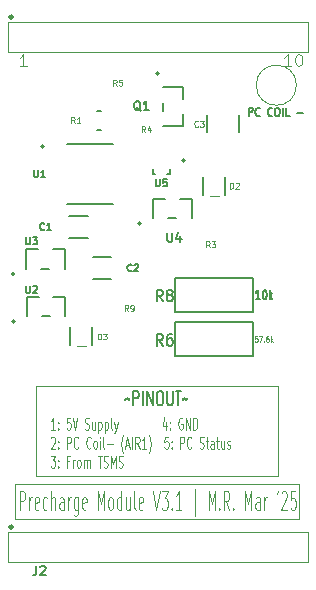
<source format=gbr>
%TF.GenerationSoftware,KiCad,Pcbnew,8.0.8*%
%TF.CreationDate,2025-03-02T23:05:47-05:00*%
%TF.ProjectId,Precharge Module V3.1,50726563-6861-4726-9765-204d6f64756c,rev?*%
%TF.SameCoordinates,Original*%
%TF.FileFunction,Legend,Top*%
%TF.FilePolarity,Positive*%
%FSLAX46Y46*%
G04 Gerber Fmt 4.6, Leading zero omitted, Abs format (unit mm)*
G04 Created by KiCad (PCBNEW 8.0.8) date 2025-03-02 23:05:47*
%MOMM*%
%LPD*%
G01*
G04 APERTURE LIST*
%ADD10C,0.100000*%
%ADD11C,0.150000*%
%ADD12C,0.125000*%
%ADD13C,0.152400*%
%ADD14C,0.120000*%
%ADD15C,0.076200*%
%ADD16C,0.254000*%
%ADD17C,0.127000*%
%ADD18C,0.200000*%
G04 APERTURE END LIST*
D10*
X55384837Y-51591466D02*
X56146742Y-51591466D01*
X66634837Y-38891466D02*
X67396742Y-38891466D01*
X51903596Y-55000000D02*
X72422405Y-55000000D01*
X72422405Y-62600000D01*
X51903596Y-62600000D01*
X51903596Y-55000000D01*
X50163000Y-63300000D02*
X74163000Y-63300000D01*
X74163000Y-66200000D01*
X50163000Y-66200000D01*
X50163000Y-63300000D01*
X51101503Y-27872419D02*
X50530075Y-27872419D01*
X50815789Y-27872419D02*
X50815789Y-26872419D01*
X50815789Y-26872419D02*
X50720551Y-27015276D01*
X50720551Y-27015276D02*
X50625313Y-27110514D01*
X50625313Y-27110514D02*
X50530075Y-27158133D01*
X53524503Y-58652531D02*
X53181646Y-58652531D01*
X53353075Y-58652531D02*
X53353075Y-57652531D01*
X53353075Y-57652531D02*
X53295932Y-57795388D01*
X53295932Y-57795388D02*
X53238789Y-57890626D01*
X53238789Y-57890626D02*
X53181646Y-57938245D01*
X53781647Y-58557292D02*
X53810218Y-58604912D01*
X53810218Y-58604912D02*
X53781647Y-58652531D01*
X53781647Y-58652531D02*
X53753075Y-58604912D01*
X53753075Y-58604912D02*
X53781647Y-58557292D01*
X53781647Y-58557292D02*
X53781647Y-58652531D01*
X53781647Y-58033483D02*
X53810218Y-58081102D01*
X53810218Y-58081102D02*
X53781647Y-58128721D01*
X53781647Y-58128721D02*
X53753075Y-58081102D01*
X53753075Y-58081102D02*
X53781647Y-58033483D01*
X53781647Y-58033483D02*
X53781647Y-58128721D01*
X54810218Y-57652531D02*
X54524504Y-57652531D01*
X54524504Y-57652531D02*
X54495932Y-58128721D01*
X54495932Y-58128721D02*
X54524504Y-58081102D01*
X54524504Y-58081102D02*
X54581647Y-58033483D01*
X54581647Y-58033483D02*
X54724504Y-58033483D01*
X54724504Y-58033483D02*
X54781647Y-58081102D01*
X54781647Y-58081102D02*
X54810218Y-58128721D01*
X54810218Y-58128721D02*
X54838789Y-58223959D01*
X54838789Y-58223959D02*
X54838789Y-58462054D01*
X54838789Y-58462054D02*
X54810218Y-58557292D01*
X54810218Y-58557292D02*
X54781647Y-58604912D01*
X54781647Y-58604912D02*
X54724504Y-58652531D01*
X54724504Y-58652531D02*
X54581647Y-58652531D01*
X54581647Y-58652531D02*
X54524504Y-58604912D01*
X54524504Y-58604912D02*
X54495932Y-58557292D01*
X55010218Y-57652531D02*
X55210218Y-58652531D01*
X55210218Y-58652531D02*
X55410218Y-57652531D01*
X56038790Y-58604912D02*
X56124505Y-58652531D01*
X56124505Y-58652531D02*
X56267362Y-58652531D01*
X56267362Y-58652531D02*
X56324505Y-58604912D01*
X56324505Y-58604912D02*
X56353076Y-58557292D01*
X56353076Y-58557292D02*
X56381647Y-58462054D01*
X56381647Y-58462054D02*
X56381647Y-58366816D01*
X56381647Y-58366816D02*
X56353076Y-58271578D01*
X56353076Y-58271578D02*
X56324505Y-58223959D01*
X56324505Y-58223959D02*
X56267362Y-58176340D01*
X56267362Y-58176340D02*
X56153076Y-58128721D01*
X56153076Y-58128721D02*
X56095933Y-58081102D01*
X56095933Y-58081102D02*
X56067362Y-58033483D01*
X56067362Y-58033483D02*
X56038790Y-57938245D01*
X56038790Y-57938245D02*
X56038790Y-57843007D01*
X56038790Y-57843007D02*
X56067362Y-57747769D01*
X56067362Y-57747769D02*
X56095933Y-57700150D01*
X56095933Y-57700150D02*
X56153076Y-57652531D01*
X56153076Y-57652531D02*
X56295933Y-57652531D01*
X56295933Y-57652531D02*
X56381647Y-57700150D01*
X56895934Y-57985864D02*
X56895934Y-58652531D01*
X56638791Y-57985864D02*
X56638791Y-58509673D01*
X56638791Y-58509673D02*
X56667362Y-58604912D01*
X56667362Y-58604912D02*
X56724505Y-58652531D01*
X56724505Y-58652531D02*
X56810219Y-58652531D01*
X56810219Y-58652531D02*
X56867362Y-58604912D01*
X56867362Y-58604912D02*
X56895934Y-58557292D01*
X57181648Y-57985864D02*
X57181648Y-58985864D01*
X57181648Y-58033483D02*
X57238791Y-57985864D01*
X57238791Y-57985864D02*
X57353076Y-57985864D01*
X57353076Y-57985864D02*
X57410219Y-58033483D01*
X57410219Y-58033483D02*
X57438791Y-58081102D01*
X57438791Y-58081102D02*
X57467362Y-58176340D01*
X57467362Y-58176340D02*
X57467362Y-58462054D01*
X57467362Y-58462054D02*
X57438791Y-58557292D01*
X57438791Y-58557292D02*
X57410219Y-58604912D01*
X57410219Y-58604912D02*
X57353076Y-58652531D01*
X57353076Y-58652531D02*
X57238791Y-58652531D01*
X57238791Y-58652531D02*
X57181648Y-58604912D01*
X57724505Y-57985864D02*
X57724505Y-58985864D01*
X57724505Y-58033483D02*
X57781648Y-57985864D01*
X57781648Y-57985864D02*
X57895933Y-57985864D01*
X57895933Y-57985864D02*
X57953076Y-58033483D01*
X57953076Y-58033483D02*
X57981648Y-58081102D01*
X57981648Y-58081102D02*
X58010219Y-58176340D01*
X58010219Y-58176340D02*
X58010219Y-58462054D01*
X58010219Y-58462054D02*
X57981648Y-58557292D01*
X57981648Y-58557292D02*
X57953076Y-58604912D01*
X57953076Y-58604912D02*
X57895933Y-58652531D01*
X57895933Y-58652531D02*
X57781648Y-58652531D01*
X57781648Y-58652531D02*
X57724505Y-58604912D01*
X58353076Y-58652531D02*
X58295933Y-58604912D01*
X58295933Y-58604912D02*
X58267362Y-58509673D01*
X58267362Y-58509673D02*
X58267362Y-57652531D01*
X58524505Y-57985864D02*
X58667362Y-58652531D01*
X58810219Y-57985864D02*
X58667362Y-58652531D01*
X58667362Y-58652531D02*
X58610219Y-58890626D01*
X58610219Y-58890626D02*
X58581648Y-58938245D01*
X58581648Y-58938245D02*
X58524505Y-58985864D01*
X62924503Y-57985864D02*
X62924503Y-58652531D01*
X62781645Y-57604912D02*
X62638788Y-58319197D01*
X62638788Y-58319197D02*
X63010217Y-58319197D01*
X63238789Y-58557292D02*
X63267360Y-58604912D01*
X63267360Y-58604912D02*
X63238789Y-58652531D01*
X63238789Y-58652531D02*
X63210217Y-58604912D01*
X63210217Y-58604912D02*
X63238789Y-58557292D01*
X63238789Y-58557292D02*
X63238789Y-58652531D01*
X63238789Y-58033483D02*
X63267360Y-58081102D01*
X63267360Y-58081102D02*
X63238789Y-58128721D01*
X63238789Y-58128721D02*
X63210217Y-58081102D01*
X63210217Y-58081102D02*
X63238789Y-58033483D01*
X63238789Y-58033483D02*
X63238789Y-58128721D01*
X64295931Y-57700150D02*
X64238789Y-57652531D01*
X64238789Y-57652531D02*
X64153074Y-57652531D01*
X64153074Y-57652531D02*
X64067360Y-57700150D01*
X64067360Y-57700150D02*
X64010217Y-57795388D01*
X64010217Y-57795388D02*
X63981646Y-57890626D01*
X63981646Y-57890626D02*
X63953074Y-58081102D01*
X63953074Y-58081102D02*
X63953074Y-58223959D01*
X63953074Y-58223959D02*
X63981646Y-58414435D01*
X63981646Y-58414435D02*
X64010217Y-58509673D01*
X64010217Y-58509673D02*
X64067360Y-58604912D01*
X64067360Y-58604912D02*
X64153074Y-58652531D01*
X64153074Y-58652531D02*
X64210217Y-58652531D01*
X64210217Y-58652531D02*
X64295931Y-58604912D01*
X64295931Y-58604912D02*
X64324503Y-58557292D01*
X64324503Y-58557292D02*
X64324503Y-58223959D01*
X64324503Y-58223959D02*
X64210217Y-58223959D01*
X64581646Y-58652531D02*
X64581646Y-57652531D01*
X64581646Y-57652531D02*
X64924503Y-58652531D01*
X64924503Y-58652531D02*
X64924503Y-57652531D01*
X65210217Y-58652531D02*
X65210217Y-57652531D01*
X65210217Y-57652531D02*
X65353074Y-57652531D01*
X65353074Y-57652531D02*
X65438788Y-57700150D01*
X65438788Y-57700150D02*
X65495931Y-57795388D01*
X65495931Y-57795388D02*
X65524502Y-57890626D01*
X65524502Y-57890626D02*
X65553074Y-58081102D01*
X65553074Y-58081102D02*
X65553074Y-58223959D01*
X65553074Y-58223959D02*
X65524502Y-58414435D01*
X65524502Y-58414435D02*
X65495931Y-58509673D01*
X65495931Y-58509673D02*
X65438788Y-58604912D01*
X65438788Y-58604912D02*
X65353074Y-58652531D01*
X65353074Y-58652531D02*
X65210217Y-58652531D01*
X53181646Y-59357713D02*
X53210218Y-59310094D01*
X53210218Y-59310094D02*
X53267361Y-59262475D01*
X53267361Y-59262475D02*
X53410218Y-59262475D01*
X53410218Y-59262475D02*
X53467361Y-59310094D01*
X53467361Y-59310094D02*
X53495932Y-59357713D01*
X53495932Y-59357713D02*
X53524503Y-59452951D01*
X53524503Y-59452951D02*
X53524503Y-59548189D01*
X53524503Y-59548189D02*
X53495932Y-59691046D01*
X53495932Y-59691046D02*
X53153075Y-60262475D01*
X53153075Y-60262475D02*
X53524503Y-60262475D01*
X53781647Y-60167236D02*
X53810218Y-60214856D01*
X53810218Y-60214856D02*
X53781647Y-60262475D01*
X53781647Y-60262475D02*
X53753075Y-60214856D01*
X53753075Y-60214856D02*
X53781647Y-60167236D01*
X53781647Y-60167236D02*
X53781647Y-60262475D01*
X53781647Y-59643427D02*
X53810218Y-59691046D01*
X53810218Y-59691046D02*
X53781647Y-59738665D01*
X53781647Y-59738665D02*
X53753075Y-59691046D01*
X53753075Y-59691046D02*
X53781647Y-59643427D01*
X53781647Y-59643427D02*
X53781647Y-59738665D01*
X54524504Y-60262475D02*
X54524504Y-59262475D01*
X54524504Y-59262475D02*
X54753075Y-59262475D01*
X54753075Y-59262475D02*
X54810218Y-59310094D01*
X54810218Y-59310094D02*
X54838789Y-59357713D01*
X54838789Y-59357713D02*
X54867361Y-59452951D01*
X54867361Y-59452951D02*
X54867361Y-59595808D01*
X54867361Y-59595808D02*
X54838789Y-59691046D01*
X54838789Y-59691046D02*
X54810218Y-59738665D01*
X54810218Y-59738665D02*
X54753075Y-59786284D01*
X54753075Y-59786284D02*
X54524504Y-59786284D01*
X55467361Y-60167236D02*
X55438789Y-60214856D01*
X55438789Y-60214856D02*
X55353075Y-60262475D01*
X55353075Y-60262475D02*
X55295932Y-60262475D01*
X55295932Y-60262475D02*
X55210218Y-60214856D01*
X55210218Y-60214856D02*
X55153075Y-60119617D01*
X55153075Y-60119617D02*
X55124504Y-60024379D01*
X55124504Y-60024379D02*
X55095932Y-59833903D01*
X55095932Y-59833903D02*
X55095932Y-59691046D01*
X55095932Y-59691046D02*
X55124504Y-59500570D01*
X55124504Y-59500570D02*
X55153075Y-59405332D01*
X55153075Y-59405332D02*
X55210218Y-59310094D01*
X55210218Y-59310094D02*
X55295932Y-59262475D01*
X55295932Y-59262475D02*
X55353075Y-59262475D01*
X55353075Y-59262475D02*
X55438789Y-59310094D01*
X55438789Y-59310094D02*
X55467361Y-59357713D01*
X56524504Y-60167236D02*
X56495932Y-60214856D01*
X56495932Y-60214856D02*
X56410218Y-60262475D01*
X56410218Y-60262475D02*
X56353075Y-60262475D01*
X56353075Y-60262475D02*
X56267361Y-60214856D01*
X56267361Y-60214856D02*
X56210218Y-60119617D01*
X56210218Y-60119617D02*
X56181647Y-60024379D01*
X56181647Y-60024379D02*
X56153075Y-59833903D01*
X56153075Y-59833903D02*
X56153075Y-59691046D01*
X56153075Y-59691046D02*
X56181647Y-59500570D01*
X56181647Y-59500570D02*
X56210218Y-59405332D01*
X56210218Y-59405332D02*
X56267361Y-59310094D01*
X56267361Y-59310094D02*
X56353075Y-59262475D01*
X56353075Y-59262475D02*
X56410218Y-59262475D01*
X56410218Y-59262475D02*
X56495932Y-59310094D01*
X56495932Y-59310094D02*
X56524504Y-59357713D01*
X56867361Y-60262475D02*
X56810218Y-60214856D01*
X56810218Y-60214856D02*
X56781647Y-60167236D01*
X56781647Y-60167236D02*
X56753075Y-60071998D01*
X56753075Y-60071998D02*
X56753075Y-59786284D01*
X56753075Y-59786284D02*
X56781647Y-59691046D01*
X56781647Y-59691046D02*
X56810218Y-59643427D01*
X56810218Y-59643427D02*
X56867361Y-59595808D01*
X56867361Y-59595808D02*
X56953075Y-59595808D01*
X56953075Y-59595808D02*
X57010218Y-59643427D01*
X57010218Y-59643427D02*
X57038790Y-59691046D01*
X57038790Y-59691046D02*
X57067361Y-59786284D01*
X57067361Y-59786284D02*
X57067361Y-60071998D01*
X57067361Y-60071998D02*
X57038790Y-60167236D01*
X57038790Y-60167236D02*
X57010218Y-60214856D01*
X57010218Y-60214856D02*
X56953075Y-60262475D01*
X56953075Y-60262475D02*
X56867361Y-60262475D01*
X57324504Y-60262475D02*
X57324504Y-59595808D01*
X57324504Y-59262475D02*
X57295932Y-59310094D01*
X57295932Y-59310094D02*
X57324504Y-59357713D01*
X57324504Y-59357713D02*
X57353075Y-59310094D01*
X57353075Y-59310094D02*
X57324504Y-59262475D01*
X57324504Y-59262475D02*
X57324504Y-59357713D01*
X57695932Y-60262475D02*
X57638789Y-60214856D01*
X57638789Y-60214856D02*
X57610218Y-60119617D01*
X57610218Y-60119617D02*
X57610218Y-59262475D01*
X57924504Y-59881522D02*
X58381647Y-59881522D01*
X59295932Y-60643427D02*
X59267361Y-60595808D01*
X59267361Y-60595808D02*
X59210218Y-60452951D01*
X59210218Y-60452951D02*
X59181647Y-60357713D01*
X59181647Y-60357713D02*
X59153075Y-60214856D01*
X59153075Y-60214856D02*
X59124504Y-59976760D01*
X59124504Y-59976760D02*
X59124504Y-59786284D01*
X59124504Y-59786284D02*
X59153075Y-59548189D01*
X59153075Y-59548189D02*
X59181647Y-59405332D01*
X59181647Y-59405332D02*
X59210218Y-59310094D01*
X59210218Y-59310094D02*
X59267361Y-59167236D01*
X59267361Y-59167236D02*
X59295932Y-59119617D01*
X59495932Y-59976760D02*
X59781647Y-59976760D01*
X59438789Y-60262475D02*
X59638789Y-59262475D01*
X59638789Y-59262475D02*
X59838789Y-60262475D01*
X60038790Y-60262475D02*
X60038790Y-59262475D01*
X60667361Y-60262475D02*
X60467361Y-59786284D01*
X60324504Y-60262475D02*
X60324504Y-59262475D01*
X60324504Y-59262475D02*
X60553075Y-59262475D01*
X60553075Y-59262475D02*
X60610218Y-59310094D01*
X60610218Y-59310094D02*
X60638789Y-59357713D01*
X60638789Y-59357713D02*
X60667361Y-59452951D01*
X60667361Y-59452951D02*
X60667361Y-59595808D01*
X60667361Y-59595808D02*
X60638789Y-59691046D01*
X60638789Y-59691046D02*
X60610218Y-59738665D01*
X60610218Y-59738665D02*
X60553075Y-59786284D01*
X60553075Y-59786284D02*
X60324504Y-59786284D01*
X61238789Y-60262475D02*
X60895932Y-60262475D01*
X61067361Y-60262475D02*
X61067361Y-59262475D01*
X61067361Y-59262475D02*
X61010218Y-59405332D01*
X61010218Y-59405332D02*
X60953075Y-59500570D01*
X60953075Y-59500570D02*
X60895932Y-59548189D01*
X61438790Y-60643427D02*
X61467361Y-60595808D01*
X61467361Y-60595808D02*
X61524504Y-60452951D01*
X61524504Y-60452951D02*
X61553076Y-60357713D01*
X61553076Y-60357713D02*
X61581647Y-60214856D01*
X61581647Y-60214856D02*
X61610218Y-59976760D01*
X61610218Y-59976760D02*
X61610218Y-59786284D01*
X61610218Y-59786284D02*
X61581647Y-59548189D01*
X61581647Y-59548189D02*
X61553076Y-59405332D01*
X61553076Y-59405332D02*
X61524504Y-59310094D01*
X61524504Y-59310094D02*
X61467361Y-59167236D01*
X61467361Y-59167236D02*
X61438790Y-59119617D01*
X63095933Y-59262475D02*
X62810219Y-59262475D01*
X62810219Y-59262475D02*
X62781647Y-59738665D01*
X62781647Y-59738665D02*
X62810219Y-59691046D01*
X62810219Y-59691046D02*
X62867362Y-59643427D01*
X62867362Y-59643427D02*
X63010219Y-59643427D01*
X63010219Y-59643427D02*
X63067362Y-59691046D01*
X63067362Y-59691046D02*
X63095933Y-59738665D01*
X63095933Y-59738665D02*
X63124504Y-59833903D01*
X63124504Y-59833903D02*
X63124504Y-60071998D01*
X63124504Y-60071998D02*
X63095933Y-60167236D01*
X63095933Y-60167236D02*
X63067362Y-60214856D01*
X63067362Y-60214856D02*
X63010219Y-60262475D01*
X63010219Y-60262475D02*
X62867362Y-60262475D01*
X62867362Y-60262475D02*
X62810219Y-60214856D01*
X62810219Y-60214856D02*
X62781647Y-60167236D01*
X63381648Y-60167236D02*
X63410219Y-60214856D01*
X63410219Y-60214856D02*
X63381648Y-60262475D01*
X63381648Y-60262475D02*
X63353076Y-60214856D01*
X63353076Y-60214856D02*
X63381648Y-60167236D01*
X63381648Y-60167236D02*
X63381648Y-60262475D01*
X63381648Y-59643427D02*
X63410219Y-59691046D01*
X63410219Y-59691046D02*
X63381648Y-59738665D01*
X63381648Y-59738665D02*
X63353076Y-59691046D01*
X63353076Y-59691046D02*
X63381648Y-59643427D01*
X63381648Y-59643427D02*
X63381648Y-59738665D01*
X64124505Y-60262475D02*
X64124505Y-59262475D01*
X64124505Y-59262475D02*
X64353076Y-59262475D01*
X64353076Y-59262475D02*
X64410219Y-59310094D01*
X64410219Y-59310094D02*
X64438790Y-59357713D01*
X64438790Y-59357713D02*
X64467362Y-59452951D01*
X64467362Y-59452951D02*
X64467362Y-59595808D01*
X64467362Y-59595808D02*
X64438790Y-59691046D01*
X64438790Y-59691046D02*
X64410219Y-59738665D01*
X64410219Y-59738665D02*
X64353076Y-59786284D01*
X64353076Y-59786284D02*
X64124505Y-59786284D01*
X65067362Y-60167236D02*
X65038790Y-60214856D01*
X65038790Y-60214856D02*
X64953076Y-60262475D01*
X64953076Y-60262475D02*
X64895933Y-60262475D01*
X64895933Y-60262475D02*
X64810219Y-60214856D01*
X64810219Y-60214856D02*
X64753076Y-60119617D01*
X64753076Y-60119617D02*
X64724505Y-60024379D01*
X64724505Y-60024379D02*
X64695933Y-59833903D01*
X64695933Y-59833903D02*
X64695933Y-59691046D01*
X64695933Y-59691046D02*
X64724505Y-59500570D01*
X64724505Y-59500570D02*
X64753076Y-59405332D01*
X64753076Y-59405332D02*
X64810219Y-59310094D01*
X64810219Y-59310094D02*
X64895933Y-59262475D01*
X64895933Y-59262475D02*
X64953076Y-59262475D01*
X64953076Y-59262475D02*
X65038790Y-59310094D01*
X65038790Y-59310094D02*
X65067362Y-59357713D01*
X65753076Y-60214856D02*
X65838791Y-60262475D01*
X65838791Y-60262475D02*
X65981648Y-60262475D01*
X65981648Y-60262475D02*
X66038791Y-60214856D01*
X66038791Y-60214856D02*
X66067362Y-60167236D01*
X66067362Y-60167236D02*
X66095933Y-60071998D01*
X66095933Y-60071998D02*
X66095933Y-59976760D01*
X66095933Y-59976760D02*
X66067362Y-59881522D01*
X66067362Y-59881522D02*
X66038791Y-59833903D01*
X66038791Y-59833903D02*
X65981648Y-59786284D01*
X65981648Y-59786284D02*
X65867362Y-59738665D01*
X65867362Y-59738665D02*
X65810219Y-59691046D01*
X65810219Y-59691046D02*
X65781648Y-59643427D01*
X65781648Y-59643427D02*
X65753076Y-59548189D01*
X65753076Y-59548189D02*
X65753076Y-59452951D01*
X65753076Y-59452951D02*
X65781648Y-59357713D01*
X65781648Y-59357713D02*
X65810219Y-59310094D01*
X65810219Y-59310094D02*
X65867362Y-59262475D01*
X65867362Y-59262475D02*
X66010219Y-59262475D01*
X66010219Y-59262475D02*
X66095933Y-59310094D01*
X66267362Y-59595808D02*
X66495934Y-59595808D01*
X66353077Y-59262475D02*
X66353077Y-60119617D01*
X66353077Y-60119617D02*
X66381648Y-60214856D01*
X66381648Y-60214856D02*
X66438791Y-60262475D01*
X66438791Y-60262475D02*
X66495934Y-60262475D01*
X66953077Y-60262475D02*
X66953077Y-59738665D01*
X66953077Y-59738665D02*
X66924505Y-59643427D01*
X66924505Y-59643427D02*
X66867362Y-59595808D01*
X66867362Y-59595808D02*
X66753077Y-59595808D01*
X66753077Y-59595808D02*
X66695934Y-59643427D01*
X66953077Y-60214856D02*
X66895934Y-60262475D01*
X66895934Y-60262475D02*
X66753077Y-60262475D01*
X66753077Y-60262475D02*
X66695934Y-60214856D01*
X66695934Y-60214856D02*
X66667362Y-60119617D01*
X66667362Y-60119617D02*
X66667362Y-60024379D01*
X66667362Y-60024379D02*
X66695934Y-59929141D01*
X66695934Y-59929141D02*
X66753077Y-59881522D01*
X66753077Y-59881522D02*
X66895934Y-59881522D01*
X66895934Y-59881522D02*
X66953077Y-59833903D01*
X67153076Y-59595808D02*
X67381648Y-59595808D01*
X67238791Y-59262475D02*
X67238791Y-60119617D01*
X67238791Y-60119617D02*
X67267362Y-60214856D01*
X67267362Y-60214856D02*
X67324505Y-60262475D01*
X67324505Y-60262475D02*
X67381648Y-60262475D01*
X67838791Y-59595808D02*
X67838791Y-60262475D01*
X67581648Y-59595808D02*
X67581648Y-60119617D01*
X67581648Y-60119617D02*
X67610219Y-60214856D01*
X67610219Y-60214856D02*
X67667362Y-60262475D01*
X67667362Y-60262475D02*
X67753076Y-60262475D01*
X67753076Y-60262475D02*
X67810219Y-60214856D01*
X67810219Y-60214856D02*
X67838791Y-60167236D01*
X68095933Y-60214856D02*
X68153076Y-60262475D01*
X68153076Y-60262475D02*
X68267362Y-60262475D01*
X68267362Y-60262475D02*
X68324505Y-60214856D01*
X68324505Y-60214856D02*
X68353076Y-60119617D01*
X68353076Y-60119617D02*
X68353076Y-60071998D01*
X68353076Y-60071998D02*
X68324505Y-59976760D01*
X68324505Y-59976760D02*
X68267362Y-59929141D01*
X68267362Y-59929141D02*
X68181648Y-59929141D01*
X68181648Y-59929141D02*
X68124505Y-59881522D01*
X68124505Y-59881522D02*
X68095933Y-59786284D01*
X68095933Y-59786284D02*
X68095933Y-59738665D01*
X68095933Y-59738665D02*
X68124505Y-59643427D01*
X68124505Y-59643427D02*
X68181648Y-59595808D01*
X68181648Y-59595808D02*
X68267362Y-59595808D01*
X68267362Y-59595808D02*
X68324505Y-59643427D01*
X53153075Y-60872419D02*
X53524503Y-60872419D01*
X53524503Y-60872419D02*
X53324503Y-61253371D01*
X53324503Y-61253371D02*
X53410218Y-61253371D01*
X53410218Y-61253371D02*
X53467361Y-61300990D01*
X53467361Y-61300990D02*
X53495932Y-61348609D01*
X53495932Y-61348609D02*
X53524503Y-61443847D01*
X53524503Y-61443847D02*
X53524503Y-61681942D01*
X53524503Y-61681942D02*
X53495932Y-61777180D01*
X53495932Y-61777180D02*
X53467361Y-61824800D01*
X53467361Y-61824800D02*
X53410218Y-61872419D01*
X53410218Y-61872419D02*
X53238789Y-61872419D01*
X53238789Y-61872419D02*
X53181646Y-61824800D01*
X53181646Y-61824800D02*
X53153075Y-61777180D01*
X53781647Y-61777180D02*
X53810218Y-61824800D01*
X53810218Y-61824800D02*
X53781647Y-61872419D01*
X53781647Y-61872419D02*
X53753075Y-61824800D01*
X53753075Y-61824800D02*
X53781647Y-61777180D01*
X53781647Y-61777180D02*
X53781647Y-61872419D01*
X53781647Y-61253371D02*
X53810218Y-61300990D01*
X53810218Y-61300990D02*
X53781647Y-61348609D01*
X53781647Y-61348609D02*
X53753075Y-61300990D01*
X53753075Y-61300990D02*
X53781647Y-61253371D01*
X53781647Y-61253371D02*
X53781647Y-61348609D01*
X54724504Y-61348609D02*
X54524504Y-61348609D01*
X54524504Y-61872419D02*
X54524504Y-60872419D01*
X54524504Y-60872419D02*
X54810218Y-60872419D01*
X55038790Y-61872419D02*
X55038790Y-61205752D01*
X55038790Y-61396228D02*
X55067361Y-61300990D01*
X55067361Y-61300990D02*
X55095933Y-61253371D01*
X55095933Y-61253371D02*
X55153075Y-61205752D01*
X55153075Y-61205752D02*
X55210218Y-61205752D01*
X55495933Y-61872419D02*
X55438790Y-61824800D01*
X55438790Y-61824800D02*
X55410219Y-61777180D01*
X55410219Y-61777180D02*
X55381647Y-61681942D01*
X55381647Y-61681942D02*
X55381647Y-61396228D01*
X55381647Y-61396228D02*
X55410219Y-61300990D01*
X55410219Y-61300990D02*
X55438790Y-61253371D01*
X55438790Y-61253371D02*
X55495933Y-61205752D01*
X55495933Y-61205752D02*
X55581647Y-61205752D01*
X55581647Y-61205752D02*
X55638790Y-61253371D01*
X55638790Y-61253371D02*
X55667362Y-61300990D01*
X55667362Y-61300990D02*
X55695933Y-61396228D01*
X55695933Y-61396228D02*
X55695933Y-61681942D01*
X55695933Y-61681942D02*
X55667362Y-61777180D01*
X55667362Y-61777180D02*
X55638790Y-61824800D01*
X55638790Y-61824800D02*
X55581647Y-61872419D01*
X55581647Y-61872419D02*
X55495933Y-61872419D01*
X55953076Y-61872419D02*
X55953076Y-61205752D01*
X55953076Y-61300990D02*
X55981647Y-61253371D01*
X55981647Y-61253371D02*
X56038790Y-61205752D01*
X56038790Y-61205752D02*
X56124504Y-61205752D01*
X56124504Y-61205752D02*
X56181647Y-61253371D01*
X56181647Y-61253371D02*
X56210219Y-61348609D01*
X56210219Y-61348609D02*
X56210219Y-61872419D01*
X56210219Y-61348609D02*
X56238790Y-61253371D01*
X56238790Y-61253371D02*
X56295933Y-61205752D01*
X56295933Y-61205752D02*
X56381647Y-61205752D01*
X56381647Y-61205752D02*
X56438790Y-61253371D01*
X56438790Y-61253371D02*
X56467361Y-61348609D01*
X56467361Y-61348609D02*
X56467361Y-61872419D01*
X57124504Y-60872419D02*
X57467362Y-60872419D01*
X57295933Y-61872419D02*
X57295933Y-60872419D01*
X57638790Y-61824800D02*
X57724505Y-61872419D01*
X57724505Y-61872419D02*
X57867362Y-61872419D01*
X57867362Y-61872419D02*
X57924505Y-61824800D01*
X57924505Y-61824800D02*
X57953076Y-61777180D01*
X57953076Y-61777180D02*
X57981647Y-61681942D01*
X57981647Y-61681942D02*
X57981647Y-61586704D01*
X57981647Y-61586704D02*
X57953076Y-61491466D01*
X57953076Y-61491466D02*
X57924505Y-61443847D01*
X57924505Y-61443847D02*
X57867362Y-61396228D01*
X57867362Y-61396228D02*
X57753076Y-61348609D01*
X57753076Y-61348609D02*
X57695933Y-61300990D01*
X57695933Y-61300990D02*
X57667362Y-61253371D01*
X57667362Y-61253371D02*
X57638790Y-61158133D01*
X57638790Y-61158133D02*
X57638790Y-61062895D01*
X57638790Y-61062895D02*
X57667362Y-60967657D01*
X57667362Y-60967657D02*
X57695933Y-60920038D01*
X57695933Y-60920038D02*
X57753076Y-60872419D01*
X57753076Y-60872419D02*
X57895933Y-60872419D01*
X57895933Y-60872419D02*
X57981647Y-60920038D01*
X58238791Y-61872419D02*
X58238791Y-60872419D01*
X58238791Y-60872419D02*
X58438791Y-61586704D01*
X58438791Y-61586704D02*
X58638791Y-60872419D01*
X58638791Y-60872419D02*
X58638791Y-61872419D01*
X58895933Y-61824800D02*
X58981648Y-61872419D01*
X58981648Y-61872419D02*
X59124505Y-61872419D01*
X59124505Y-61872419D02*
X59181648Y-61824800D01*
X59181648Y-61824800D02*
X59210219Y-61777180D01*
X59210219Y-61777180D02*
X59238790Y-61681942D01*
X59238790Y-61681942D02*
X59238790Y-61586704D01*
X59238790Y-61586704D02*
X59210219Y-61491466D01*
X59210219Y-61491466D02*
X59181648Y-61443847D01*
X59181648Y-61443847D02*
X59124505Y-61396228D01*
X59124505Y-61396228D02*
X59010219Y-61348609D01*
X59010219Y-61348609D02*
X58953076Y-61300990D01*
X58953076Y-61300990D02*
X58924505Y-61253371D01*
X58924505Y-61253371D02*
X58895933Y-61158133D01*
X58895933Y-61158133D02*
X58895933Y-61062895D01*
X58895933Y-61062895D02*
X58924505Y-60967657D01*
X58924505Y-60967657D02*
X58953076Y-60920038D01*
X58953076Y-60920038D02*
X59010219Y-60872419D01*
X59010219Y-60872419D02*
X59153076Y-60872419D01*
X59153076Y-60872419D02*
X59238790Y-60920038D01*
X73485312Y-27872419D02*
X72913884Y-27872419D01*
X73199598Y-27872419D02*
X73199598Y-26872419D01*
X73199598Y-26872419D02*
X73104360Y-27015276D01*
X73104360Y-27015276D02*
X73009122Y-27110514D01*
X73009122Y-27110514D02*
X72913884Y-27158133D01*
X74104360Y-26872419D02*
X74199598Y-26872419D01*
X74199598Y-26872419D02*
X74294836Y-26920038D01*
X74294836Y-26920038D02*
X74342455Y-26967657D01*
X74342455Y-26967657D02*
X74390074Y-27062895D01*
X74390074Y-27062895D02*
X74437693Y-27253371D01*
X74437693Y-27253371D02*
X74437693Y-27491466D01*
X74437693Y-27491466D02*
X74390074Y-27681942D01*
X74390074Y-27681942D02*
X74342455Y-27777180D01*
X74342455Y-27777180D02*
X74294836Y-27824800D01*
X74294836Y-27824800D02*
X74199598Y-27872419D01*
X74199598Y-27872419D02*
X74104360Y-27872419D01*
X74104360Y-27872419D02*
X74009122Y-27824800D01*
X74009122Y-27824800D02*
X73961503Y-27777180D01*
X73961503Y-27777180D02*
X73913884Y-27681942D01*
X73913884Y-27681942D02*
X73866265Y-27491466D01*
X73866265Y-27491466D02*
X73866265Y-27253371D01*
X73866265Y-27253371D02*
X73913884Y-27062895D01*
X73913884Y-27062895D02*
X73961503Y-26967657D01*
X73961503Y-26967657D02*
X74009122Y-26920038D01*
X74009122Y-26920038D02*
X74104360Y-26872419D01*
D11*
X70855826Y-47600414D02*
X70512969Y-47600414D01*
X70684398Y-47600414D02*
X70684398Y-46850414D01*
X70684398Y-46850414D02*
X70627255Y-46957557D01*
X70627255Y-46957557D02*
X70570112Y-47028985D01*
X70570112Y-47028985D02*
X70512969Y-47064700D01*
X71227255Y-46850414D02*
X71284398Y-46850414D01*
X71284398Y-46850414D02*
X71341541Y-46886128D01*
X71341541Y-46886128D02*
X71370113Y-46921842D01*
X71370113Y-46921842D02*
X71398684Y-46993271D01*
X71398684Y-46993271D02*
X71427255Y-47136128D01*
X71427255Y-47136128D02*
X71427255Y-47314700D01*
X71427255Y-47314700D02*
X71398684Y-47457557D01*
X71398684Y-47457557D02*
X71370113Y-47528985D01*
X71370113Y-47528985D02*
X71341541Y-47564700D01*
X71341541Y-47564700D02*
X71284398Y-47600414D01*
X71284398Y-47600414D02*
X71227255Y-47600414D01*
X71227255Y-47600414D02*
X71170113Y-47564700D01*
X71170113Y-47564700D02*
X71141541Y-47528985D01*
X71141541Y-47528985D02*
X71112970Y-47457557D01*
X71112970Y-47457557D02*
X71084398Y-47314700D01*
X71084398Y-47314700D02*
X71084398Y-47136128D01*
X71084398Y-47136128D02*
X71112970Y-46993271D01*
X71112970Y-46993271D02*
X71141541Y-46921842D01*
X71141541Y-46921842D02*
X71170113Y-46886128D01*
X71170113Y-46886128D02*
X71227255Y-46850414D01*
X71684399Y-47600414D02*
X71684399Y-46850414D01*
X71741542Y-47314700D02*
X71912970Y-47600414D01*
X71912970Y-47100414D02*
X71684399Y-47386128D01*
D10*
X50520692Y-65437490D02*
X50520692Y-63837490D01*
X50520692Y-63837490D02*
X50825454Y-63837490D01*
X50825454Y-63837490D02*
X50901644Y-63913680D01*
X50901644Y-63913680D02*
X50939739Y-63989871D01*
X50939739Y-63989871D02*
X50977835Y-64142252D01*
X50977835Y-64142252D02*
X50977835Y-64370823D01*
X50977835Y-64370823D02*
X50939739Y-64523204D01*
X50939739Y-64523204D02*
X50901644Y-64599395D01*
X50901644Y-64599395D02*
X50825454Y-64675585D01*
X50825454Y-64675585D02*
X50520692Y-64675585D01*
X51320692Y-65437490D02*
X51320692Y-64370823D01*
X51320692Y-64675585D02*
X51358787Y-64523204D01*
X51358787Y-64523204D02*
X51396882Y-64447014D01*
X51396882Y-64447014D02*
X51473073Y-64370823D01*
X51473073Y-64370823D02*
X51549263Y-64370823D01*
X52120692Y-65361300D02*
X52044501Y-65437490D01*
X52044501Y-65437490D02*
X51892120Y-65437490D01*
X51892120Y-65437490D02*
X51815930Y-65361300D01*
X51815930Y-65361300D02*
X51777834Y-65208919D01*
X51777834Y-65208919D02*
X51777834Y-64599395D01*
X51777834Y-64599395D02*
X51815930Y-64447014D01*
X51815930Y-64447014D02*
X51892120Y-64370823D01*
X51892120Y-64370823D02*
X52044501Y-64370823D01*
X52044501Y-64370823D02*
X52120692Y-64447014D01*
X52120692Y-64447014D02*
X52158787Y-64599395D01*
X52158787Y-64599395D02*
X52158787Y-64751776D01*
X52158787Y-64751776D02*
X51777834Y-64904157D01*
X52844501Y-65361300D02*
X52768310Y-65437490D01*
X52768310Y-65437490D02*
X52615929Y-65437490D01*
X52615929Y-65437490D02*
X52539739Y-65361300D01*
X52539739Y-65361300D02*
X52501644Y-65285109D01*
X52501644Y-65285109D02*
X52463548Y-65132728D01*
X52463548Y-65132728D02*
X52463548Y-64675585D01*
X52463548Y-64675585D02*
X52501644Y-64523204D01*
X52501644Y-64523204D02*
X52539739Y-64447014D01*
X52539739Y-64447014D02*
X52615929Y-64370823D01*
X52615929Y-64370823D02*
X52768310Y-64370823D01*
X52768310Y-64370823D02*
X52844501Y-64447014D01*
X53187358Y-65437490D02*
X53187358Y-63837490D01*
X53530215Y-65437490D02*
X53530215Y-64599395D01*
X53530215Y-64599395D02*
X53492120Y-64447014D01*
X53492120Y-64447014D02*
X53415929Y-64370823D01*
X53415929Y-64370823D02*
X53301643Y-64370823D01*
X53301643Y-64370823D02*
X53225453Y-64447014D01*
X53225453Y-64447014D02*
X53187358Y-64523204D01*
X54254025Y-65437490D02*
X54254025Y-64599395D01*
X54254025Y-64599395D02*
X54215930Y-64447014D01*
X54215930Y-64447014D02*
X54139739Y-64370823D01*
X54139739Y-64370823D02*
X53987358Y-64370823D01*
X53987358Y-64370823D02*
X53911168Y-64447014D01*
X54254025Y-65361300D02*
X54177834Y-65437490D01*
X54177834Y-65437490D02*
X53987358Y-65437490D01*
X53987358Y-65437490D02*
X53911168Y-65361300D01*
X53911168Y-65361300D02*
X53873072Y-65208919D01*
X53873072Y-65208919D02*
X53873072Y-65056538D01*
X53873072Y-65056538D02*
X53911168Y-64904157D01*
X53911168Y-64904157D02*
X53987358Y-64827966D01*
X53987358Y-64827966D02*
X54177834Y-64827966D01*
X54177834Y-64827966D02*
X54254025Y-64751776D01*
X54634978Y-65437490D02*
X54634978Y-64370823D01*
X54634978Y-64675585D02*
X54673073Y-64523204D01*
X54673073Y-64523204D02*
X54711168Y-64447014D01*
X54711168Y-64447014D02*
X54787359Y-64370823D01*
X54787359Y-64370823D02*
X54863549Y-64370823D01*
X55473073Y-64370823D02*
X55473073Y-65666061D01*
X55473073Y-65666061D02*
X55434978Y-65818442D01*
X55434978Y-65818442D02*
X55396882Y-65894633D01*
X55396882Y-65894633D02*
X55320692Y-65970823D01*
X55320692Y-65970823D02*
X55206406Y-65970823D01*
X55206406Y-65970823D02*
X55130216Y-65894633D01*
X55473073Y-65361300D02*
X55396882Y-65437490D01*
X55396882Y-65437490D02*
X55244501Y-65437490D01*
X55244501Y-65437490D02*
X55168311Y-65361300D01*
X55168311Y-65361300D02*
X55130216Y-65285109D01*
X55130216Y-65285109D02*
X55092120Y-65132728D01*
X55092120Y-65132728D02*
X55092120Y-64675585D01*
X55092120Y-64675585D02*
X55130216Y-64523204D01*
X55130216Y-64523204D02*
X55168311Y-64447014D01*
X55168311Y-64447014D02*
X55244501Y-64370823D01*
X55244501Y-64370823D02*
X55396882Y-64370823D01*
X55396882Y-64370823D02*
X55473073Y-64447014D01*
X56158788Y-65361300D02*
X56082597Y-65437490D01*
X56082597Y-65437490D02*
X55930216Y-65437490D01*
X55930216Y-65437490D02*
X55854026Y-65361300D01*
X55854026Y-65361300D02*
X55815930Y-65208919D01*
X55815930Y-65208919D02*
X55815930Y-64599395D01*
X55815930Y-64599395D02*
X55854026Y-64447014D01*
X55854026Y-64447014D02*
X55930216Y-64370823D01*
X55930216Y-64370823D02*
X56082597Y-64370823D01*
X56082597Y-64370823D02*
X56158788Y-64447014D01*
X56158788Y-64447014D02*
X56196883Y-64599395D01*
X56196883Y-64599395D02*
X56196883Y-64751776D01*
X56196883Y-64751776D02*
X55815930Y-64904157D01*
X57149264Y-65437490D02*
X57149264Y-63837490D01*
X57149264Y-63837490D02*
X57415930Y-64980347D01*
X57415930Y-64980347D02*
X57682597Y-63837490D01*
X57682597Y-63837490D02*
X57682597Y-65437490D01*
X58177835Y-65437490D02*
X58101645Y-65361300D01*
X58101645Y-65361300D02*
X58063550Y-65285109D01*
X58063550Y-65285109D02*
X58025454Y-65132728D01*
X58025454Y-65132728D02*
X58025454Y-64675585D01*
X58025454Y-64675585D02*
X58063550Y-64523204D01*
X58063550Y-64523204D02*
X58101645Y-64447014D01*
X58101645Y-64447014D02*
X58177835Y-64370823D01*
X58177835Y-64370823D02*
X58292121Y-64370823D01*
X58292121Y-64370823D02*
X58368312Y-64447014D01*
X58368312Y-64447014D02*
X58406407Y-64523204D01*
X58406407Y-64523204D02*
X58444502Y-64675585D01*
X58444502Y-64675585D02*
X58444502Y-65132728D01*
X58444502Y-65132728D02*
X58406407Y-65285109D01*
X58406407Y-65285109D02*
X58368312Y-65361300D01*
X58368312Y-65361300D02*
X58292121Y-65437490D01*
X58292121Y-65437490D02*
X58177835Y-65437490D01*
X59130217Y-65437490D02*
X59130217Y-63837490D01*
X59130217Y-65361300D02*
X59054026Y-65437490D01*
X59054026Y-65437490D02*
X58901645Y-65437490D01*
X58901645Y-65437490D02*
X58825455Y-65361300D01*
X58825455Y-65361300D02*
X58787360Y-65285109D01*
X58787360Y-65285109D02*
X58749264Y-65132728D01*
X58749264Y-65132728D02*
X58749264Y-64675585D01*
X58749264Y-64675585D02*
X58787360Y-64523204D01*
X58787360Y-64523204D02*
X58825455Y-64447014D01*
X58825455Y-64447014D02*
X58901645Y-64370823D01*
X58901645Y-64370823D02*
X59054026Y-64370823D01*
X59054026Y-64370823D02*
X59130217Y-64447014D01*
X59854027Y-64370823D02*
X59854027Y-65437490D01*
X59511170Y-64370823D02*
X59511170Y-65208919D01*
X59511170Y-65208919D02*
X59549265Y-65361300D01*
X59549265Y-65361300D02*
X59625455Y-65437490D01*
X59625455Y-65437490D02*
X59739741Y-65437490D01*
X59739741Y-65437490D02*
X59815932Y-65361300D01*
X59815932Y-65361300D02*
X59854027Y-65285109D01*
X60349265Y-65437490D02*
X60273075Y-65361300D01*
X60273075Y-65361300D02*
X60234980Y-65208919D01*
X60234980Y-65208919D02*
X60234980Y-63837490D01*
X60958790Y-65361300D02*
X60882599Y-65437490D01*
X60882599Y-65437490D02*
X60730218Y-65437490D01*
X60730218Y-65437490D02*
X60654028Y-65361300D01*
X60654028Y-65361300D02*
X60615932Y-65208919D01*
X60615932Y-65208919D02*
X60615932Y-64599395D01*
X60615932Y-64599395D02*
X60654028Y-64447014D01*
X60654028Y-64447014D02*
X60730218Y-64370823D01*
X60730218Y-64370823D02*
X60882599Y-64370823D01*
X60882599Y-64370823D02*
X60958790Y-64447014D01*
X60958790Y-64447014D02*
X60996885Y-64599395D01*
X60996885Y-64599395D02*
X60996885Y-64751776D01*
X60996885Y-64751776D02*
X60615932Y-64904157D01*
X61834980Y-63837490D02*
X62101647Y-65437490D01*
X62101647Y-65437490D02*
X62368313Y-63837490D01*
X62558789Y-63837490D02*
X63054027Y-63837490D01*
X63054027Y-63837490D02*
X62787361Y-64447014D01*
X62787361Y-64447014D02*
X62901646Y-64447014D01*
X62901646Y-64447014D02*
X62977837Y-64523204D01*
X62977837Y-64523204D02*
X63015932Y-64599395D01*
X63015932Y-64599395D02*
X63054027Y-64751776D01*
X63054027Y-64751776D02*
X63054027Y-65132728D01*
X63054027Y-65132728D02*
X63015932Y-65285109D01*
X63015932Y-65285109D02*
X62977837Y-65361300D01*
X62977837Y-65361300D02*
X62901646Y-65437490D01*
X62901646Y-65437490D02*
X62673075Y-65437490D01*
X62673075Y-65437490D02*
X62596884Y-65361300D01*
X62596884Y-65361300D02*
X62558789Y-65285109D01*
X63396885Y-65285109D02*
X63434980Y-65361300D01*
X63434980Y-65361300D02*
X63396885Y-65437490D01*
X63396885Y-65437490D02*
X63358789Y-65361300D01*
X63358789Y-65361300D02*
X63396885Y-65285109D01*
X63396885Y-65285109D02*
X63396885Y-65437490D01*
X64196884Y-65437490D02*
X63739741Y-65437490D01*
X63968313Y-65437490D02*
X63968313Y-63837490D01*
X63968313Y-63837490D02*
X63892122Y-64066061D01*
X63892122Y-64066061D02*
X63815932Y-64218442D01*
X63815932Y-64218442D02*
X63739741Y-64294633D01*
X65339742Y-65970823D02*
X65339742Y-63685109D01*
X66520695Y-65437490D02*
X66520695Y-63837490D01*
X66520695Y-63837490D02*
X66787361Y-64980347D01*
X66787361Y-64980347D02*
X67054028Y-63837490D01*
X67054028Y-63837490D02*
X67054028Y-65437490D01*
X67434981Y-65285109D02*
X67473076Y-65361300D01*
X67473076Y-65361300D02*
X67434981Y-65437490D01*
X67434981Y-65437490D02*
X67396885Y-65361300D01*
X67396885Y-65361300D02*
X67434981Y-65285109D01*
X67434981Y-65285109D02*
X67434981Y-65437490D01*
X68273076Y-65437490D02*
X68006409Y-64675585D01*
X67815933Y-65437490D02*
X67815933Y-63837490D01*
X67815933Y-63837490D02*
X68120695Y-63837490D01*
X68120695Y-63837490D02*
X68196885Y-63913680D01*
X68196885Y-63913680D02*
X68234980Y-63989871D01*
X68234980Y-63989871D02*
X68273076Y-64142252D01*
X68273076Y-64142252D02*
X68273076Y-64370823D01*
X68273076Y-64370823D02*
X68234980Y-64523204D01*
X68234980Y-64523204D02*
X68196885Y-64599395D01*
X68196885Y-64599395D02*
X68120695Y-64675585D01*
X68120695Y-64675585D02*
X67815933Y-64675585D01*
X68615933Y-65285109D02*
X68654028Y-65361300D01*
X68654028Y-65361300D02*
X68615933Y-65437490D01*
X68615933Y-65437490D02*
X68577837Y-65361300D01*
X68577837Y-65361300D02*
X68615933Y-65285109D01*
X68615933Y-65285109D02*
X68615933Y-65437490D01*
X69606409Y-65437490D02*
X69606409Y-63837490D01*
X69606409Y-63837490D02*
X69873075Y-64980347D01*
X69873075Y-64980347D02*
X70139742Y-63837490D01*
X70139742Y-63837490D02*
X70139742Y-65437490D01*
X70863552Y-65437490D02*
X70863552Y-64599395D01*
X70863552Y-64599395D02*
X70825457Y-64447014D01*
X70825457Y-64447014D02*
X70749266Y-64370823D01*
X70749266Y-64370823D02*
X70596885Y-64370823D01*
X70596885Y-64370823D02*
X70520695Y-64447014D01*
X70863552Y-65361300D02*
X70787361Y-65437490D01*
X70787361Y-65437490D02*
X70596885Y-65437490D01*
X70596885Y-65437490D02*
X70520695Y-65361300D01*
X70520695Y-65361300D02*
X70482599Y-65208919D01*
X70482599Y-65208919D02*
X70482599Y-65056538D01*
X70482599Y-65056538D02*
X70520695Y-64904157D01*
X70520695Y-64904157D02*
X70596885Y-64827966D01*
X70596885Y-64827966D02*
X70787361Y-64827966D01*
X70787361Y-64827966D02*
X70863552Y-64751776D01*
X71244505Y-65437490D02*
X71244505Y-64370823D01*
X71244505Y-64675585D02*
X71282600Y-64523204D01*
X71282600Y-64523204D02*
X71320695Y-64447014D01*
X71320695Y-64447014D02*
X71396886Y-64370823D01*
X71396886Y-64370823D02*
X71473076Y-64370823D01*
X72387362Y-63837490D02*
X72311171Y-64142252D01*
X72692123Y-63989871D02*
X72730219Y-63913680D01*
X72730219Y-63913680D02*
X72806409Y-63837490D01*
X72806409Y-63837490D02*
X72996885Y-63837490D01*
X72996885Y-63837490D02*
X73073076Y-63913680D01*
X73073076Y-63913680D02*
X73111171Y-63989871D01*
X73111171Y-63989871D02*
X73149266Y-64142252D01*
X73149266Y-64142252D02*
X73149266Y-64294633D01*
X73149266Y-64294633D02*
X73111171Y-64523204D01*
X73111171Y-64523204D02*
X72654028Y-65437490D01*
X72654028Y-65437490D02*
X73149266Y-65437490D01*
X73873076Y-63837490D02*
X73492124Y-63837490D01*
X73492124Y-63837490D02*
X73454028Y-64599395D01*
X73454028Y-64599395D02*
X73492124Y-64523204D01*
X73492124Y-64523204D02*
X73568314Y-64447014D01*
X73568314Y-64447014D02*
X73758790Y-64447014D01*
X73758790Y-64447014D02*
X73834981Y-64523204D01*
X73834981Y-64523204D02*
X73873076Y-64599395D01*
X73873076Y-64599395D02*
X73911171Y-64751776D01*
X73911171Y-64751776D02*
X73911171Y-65132728D01*
X73911171Y-65132728D02*
X73873076Y-65285109D01*
X73873076Y-65285109D02*
X73834981Y-65361300D01*
X73834981Y-65361300D02*
X73758790Y-65437490D01*
X73758790Y-65437490D02*
X73568314Y-65437490D01*
X73568314Y-65437490D02*
X73492124Y-65361300D01*
X73492124Y-65361300D02*
X73454028Y-65285109D01*
D11*
X59469065Y-56138200D02*
X59507160Y-56081057D01*
X59507160Y-56081057D02*
X59583351Y-56023914D01*
X59583351Y-56023914D02*
X59735732Y-56138200D01*
X59735732Y-56138200D02*
X59811922Y-56081057D01*
X59811922Y-56081057D02*
X59850017Y-56023914D01*
X60154780Y-56595342D02*
X60154780Y-55395342D01*
X60154780Y-55395342D02*
X60459542Y-55395342D01*
X60459542Y-55395342D02*
X60535732Y-55452485D01*
X60535732Y-55452485D02*
X60573827Y-55509628D01*
X60573827Y-55509628D02*
X60611923Y-55623914D01*
X60611923Y-55623914D02*
X60611923Y-55795342D01*
X60611923Y-55795342D02*
X60573827Y-55909628D01*
X60573827Y-55909628D02*
X60535732Y-55966771D01*
X60535732Y-55966771D02*
X60459542Y-56023914D01*
X60459542Y-56023914D02*
X60154780Y-56023914D01*
X60954780Y-56595342D02*
X60954780Y-55395342D01*
X61335732Y-56595342D02*
X61335732Y-55395342D01*
X61335732Y-55395342D02*
X61792875Y-56595342D01*
X61792875Y-56595342D02*
X61792875Y-55395342D01*
X62326208Y-55395342D02*
X62478589Y-55395342D01*
X62478589Y-55395342D02*
X62554779Y-55452485D01*
X62554779Y-55452485D02*
X62630970Y-55566771D01*
X62630970Y-55566771D02*
X62669065Y-55795342D01*
X62669065Y-55795342D02*
X62669065Y-56195342D01*
X62669065Y-56195342D02*
X62630970Y-56423914D01*
X62630970Y-56423914D02*
X62554779Y-56538200D01*
X62554779Y-56538200D02*
X62478589Y-56595342D01*
X62478589Y-56595342D02*
X62326208Y-56595342D01*
X62326208Y-56595342D02*
X62250017Y-56538200D01*
X62250017Y-56538200D02*
X62173827Y-56423914D01*
X62173827Y-56423914D02*
X62135731Y-56195342D01*
X62135731Y-56195342D02*
X62135731Y-55795342D01*
X62135731Y-55795342D02*
X62173827Y-55566771D01*
X62173827Y-55566771D02*
X62250017Y-55452485D01*
X62250017Y-55452485D02*
X62326208Y-55395342D01*
X63011922Y-55395342D02*
X63011922Y-56366771D01*
X63011922Y-56366771D02*
X63050017Y-56481057D01*
X63050017Y-56481057D02*
X63088112Y-56538200D01*
X63088112Y-56538200D02*
X63164303Y-56595342D01*
X63164303Y-56595342D02*
X63316684Y-56595342D01*
X63316684Y-56595342D02*
X63392874Y-56538200D01*
X63392874Y-56538200D02*
X63430969Y-56481057D01*
X63430969Y-56481057D02*
X63469065Y-56366771D01*
X63469065Y-56366771D02*
X63469065Y-55395342D01*
X63735731Y-55395342D02*
X64192874Y-55395342D01*
X63964302Y-56595342D02*
X63964302Y-55395342D01*
X64345255Y-56138200D02*
X64383350Y-56081057D01*
X64383350Y-56081057D02*
X64459541Y-56023914D01*
X64459541Y-56023914D02*
X64611922Y-56138200D01*
X64611922Y-56138200D02*
X64688112Y-56081057D01*
X64688112Y-56081057D02*
X64726207Y-56023914D01*
D10*
X70651503Y-50733609D02*
X70461027Y-50733609D01*
X70461027Y-50733609D02*
X70441979Y-50971704D01*
X70441979Y-50971704D02*
X70461027Y-50947895D01*
X70461027Y-50947895D02*
X70499122Y-50924085D01*
X70499122Y-50924085D02*
X70594360Y-50924085D01*
X70594360Y-50924085D02*
X70632455Y-50947895D01*
X70632455Y-50947895D02*
X70651503Y-50971704D01*
X70651503Y-50971704D02*
X70670550Y-51019323D01*
X70670550Y-51019323D02*
X70670550Y-51138371D01*
X70670550Y-51138371D02*
X70651503Y-51185990D01*
X70651503Y-51185990D02*
X70632455Y-51209800D01*
X70632455Y-51209800D02*
X70594360Y-51233609D01*
X70594360Y-51233609D02*
X70499122Y-51233609D01*
X70499122Y-51233609D02*
X70461027Y-51209800D01*
X70461027Y-51209800D02*
X70441979Y-51185990D01*
X70803883Y-50733609D02*
X71070550Y-50733609D01*
X71070550Y-50733609D02*
X70899121Y-51233609D01*
X71222931Y-51185990D02*
X71241978Y-51209800D01*
X71241978Y-51209800D02*
X71222931Y-51233609D01*
X71222931Y-51233609D02*
X71203883Y-51209800D01*
X71203883Y-51209800D02*
X71222931Y-51185990D01*
X71222931Y-51185990D02*
X71222931Y-51233609D01*
X71584835Y-50733609D02*
X71508645Y-50733609D01*
X71508645Y-50733609D02*
X71470549Y-50757419D01*
X71470549Y-50757419D02*
X71451502Y-50781228D01*
X71451502Y-50781228D02*
X71413407Y-50852657D01*
X71413407Y-50852657D02*
X71394359Y-50947895D01*
X71394359Y-50947895D02*
X71394359Y-51138371D01*
X71394359Y-51138371D02*
X71413407Y-51185990D01*
X71413407Y-51185990D02*
X71432454Y-51209800D01*
X71432454Y-51209800D02*
X71470549Y-51233609D01*
X71470549Y-51233609D02*
X71546740Y-51233609D01*
X71546740Y-51233609D02*
X71584835Y-51209800D01*
X71584835Y-51209800D02*
X71603883Y-51185990D01*
X71603883Y-51185990D02*
X71622930Y-51138371D01*
X71622930Y-51138371D02*
X71622930Y-51019323D01*
X71622930Y-51019323D02*
X71603883Y-50971704D01*
X71603883Y-50971704D02*
X71584835Y-50947895D01*
X71584835Y-50947895D02*
X71546740Y-50924085D01*
X71546740Y-50924085D02*
X71470549Y-50924085D01*
X71470549Y-50924085D02*
X71432454Y-50947895D01*
X71432454Y-50947895D02*
X71413407Y-50971704D01*
X71413407Y-50971704D02*
X71394359Y-51019323D01*
X71794359Y-51233609D02*
X71794359Y-50733609D01*
X71832454Y-51043133D02*
X71946740Y-51233609D01*
X71946740Y-50900276D02*
X71794359Y-51090752D01*
D11*
X63028571Y-41989164D02*
X63028571Y-42596307D01*
X63028571Y-42596307D02*
X63064285Y-42667735D01*
X63064285Y-42667735D02*
X63100000Y-42703450D01*
X63100000Y-42703450D02*
X63171428Y-42739164D01*
X63171428Y-42739164D02*
X63314285Y-42739164D01*
X63314285Y-42739164D02*
X63385714Y-42703450D01*
X63385714Y-42703450D02*
X63421428Y-42667735D01*
X63421428Y-42667735D02*
X63457142Y-42596307D01*
X63457142Y-42596307D02*
X63457142Y-41989164D01*
X64135714Y-42239164D02*
X64135714Y-42739164D01*
X63957142Y-41953450D02*
X63778571Y-42489164D01*
X63778571Y-42489164D02*
X64242856Y-42489164D01*
X51042857Y-42369771D02*
X51042857Y-42855485D01*
X51042857Y-42855485D02*
X51071428Y-42912628D01*
X51071428Y-42912628D02*
X51100000Y-42941200D01*
X51100000Y-42941200D02*
X51157142Y-42969771D01*
X51157142Y-42969771D02*
X51271428Y-42969771D01*
X51271428Y-42969771D02*
X51328571Y-42941200D01*
X51328571Y-42941200D02*
X51357142Y-42912628D01*
X51357142Y-42912628D02*
X51385714Y-42855485D01*
X51385714Y-42855485D02*
X51385714Y-42369771D01*
X51614285Y-42369771D02*
X51985713Y-42369771D01*
X51985713Y-42369771D02*
X51785713Y-42598342D01*
X51785713Y-42598342D02*
X51871428Y-42598342D01*
X51871428Y-42598342D02*
X51928571Y-42626914D01*
X51928571Y-42626914D02*
X51957142Y-42655485D01*
X51957142Y-42655485D02*
X51985713Y-42712628D01*
X51985713Y-42712628D02*
X51985713Y-42855485D01*
X51985713Y-42855485D02*
X51957142Y-42912628D01*
X51957142Y-42912628D02*
X51928571Y-42941200D01*
X51928571Y-42941200D02*
X51871428Y-42969771D01*
X51871428Y-42969771D02*
X51699999Y-42969771D01*
X51699999Y-42969771D02*
X51642856Y-42941200D01*
X51642856Y-42941200D02*
X51614285Y-42912628D01*
X51042857Y-46469771D02*
X51042857Y-46955485D01*
X51042857Y-46955485D02*
X51071428Y-47012628D01*
X51071428Y-47012628D02*
X51100000Y-47041200D01*
X51100000Y-47041200D02*
X51157142Y-47069771D01*
X51157142Y-47069771D02*
X51271428Y-47069771D01*
X51271428Y-47069771D02*
X51328571Y-47041200D01*
X51328571Y-47041200D02*
X51357142Y-47012628D01*
X51357142Y-47012628D02*
X51385714Y-46955485D01*
X51385714Y-46955485D02*
X51385714Y-46469771D01*
X51642856Y-46526914D02*
X51671428Y-46498342D01*
X51671428Y-46498342D02*
X51728571Y-46469771D01*
X51728571Y-46469771D02*
X51871428Y-46469771D01*
X51871428Y-46469771D02*
X51928571Y-46498342D01*
X51928571Y-46498342D02*
X51957142Y-46526914D01*
X51957142Y-46526914D02*
X51985713Y-46584057D01*
X51985713Y-46584057D02*
X51985713Y-46641200D01*
X51985713Y-46641200D02*
X51957142Y-46726914D01*
X51957142Y-46726914D02*
X51614285Y-47069771D01*
X51614285Y-47069771D02*
X51985713Y-47069771D01*
D12*
X57130952Y-51024809D02*
X57130952Y-50524809D01*
X57130952Y-50524809D02*
X57250000Y-50524809D01*
X57250000Y-50524809D02*
X57321428Y-50548619D01*
X57321428Y-50548619D02*
X57369047Y-50596238D01*
X57369047Y-50596238D02*
X57392857Y-50643857D01*
X57392857Y-50643857D02*
X57416666Y-50739095D01*
X57416666Y-50739095D02*
X57416666Y-50810523D01*
X57416666Y-50810523D02*
X57392857Y-50905761D01*
X57392857Y-50905761D02*
X57369047Y-50953380D01*
X57369047Y-50953380D02*
X57321428Y-51001000D01*
X57321428Y-51001000D02*
X57250000Y-51024809D01*
X57250000Y-51024809D02*
X57130952Y-51024809D01*
X57583333Y-50524809D02*
X57892857Y-50524809D01*
X57892857Y-50524809D02*
X57726190Y-50715285D01*
X57726190Y-50715285D02*
X57797619Y-50715285D01*
X57797619Y-50715285D02*
X57845238Y-50739095D01*
X57845238Y-50739095D02*
X57869047Y-50762904D01*
X57869047Y-50762904D02*
X57892857Y-50810523D01*
X57892857Y-50810523D02*
X57892857Y-50929571D01*
X57892857Y-50929571D02*
X57869047Y-50977190D01*
X57869047Y-50977190D02*
X57845238Y-51001000D01*
X57845238Y-51001000D02*
X57797619Y-51024809D01*
X57797619Y-51024809D02*
X57654762Y-51024809D01*
X57654762Y-51024809D02*
X57607143Y-51001000D01*
X57607143Y-51001000D02*
X57583333Y-50977190D01*
D11*
X62630000Y-51554819D02*
X62330000Y-51078628D01*
X62115714Y-51554819D02*
X62115714Y-50554819D01*
X62115714Y-50554819D02*
X62458571Y-50554819D01*
X62458571Y-50554819D02*
X62544286Y-50602438D01*
X62544286Y-50602438D02*
X62587143Y-50650057D01*
X62587143Y-50650057D02*
X62630000Y-50745295D01*
X62630000Y-50745295D02*
X62630000Y-50888152D01*
X62630000Y-50888152D02*
X62587143Y-50983390D01*
X62587143Y-50983390D02*
X62544286Y-51031009D01*
X62544286Y-51031009D02*
X62458571Y-51078628D01*
X62458571Y-51078628D02*
X62115714Y-51078628D01*
X63401429Y-50554819D02*
X63230000Y-50554819D01*
X63230000Y-50554819D02*
X63144286Y-50602438D01*
X63144286Y-50602438D02*
X63101429Y-50650057D01*
X63101429Y-50650057D02*
X63015714Y-50792914D01*
X63015714Y-50792914D02*
X62972857Y-50983390D01*
X62972857Y-50983390D02*
X62972857Y-51364342D01*
X62972857Y-51364342D02*
X63015714Y-51459580D01*
X63015714Y-51459580D02*
X63058571Y-51507200D01*
X63058571Y-51507200D02*
X63144286Y-51554819D01*
X63144286Y-51554819D02*
X63315714Y-51554819D01*
X63315714Y-51554819D02*
X63401429Y-51507200D01*
X63401429Y-51507200D02*
X63444286Y-51459580D01*
X63444286Y-51459580D02*
X63487143Y-51364342D01*
X63487143Y-51364342D02*
X63487143Y-51126247D01*
X63487143Y-51126247D02*
X63444286Y-51031009D01*
X63444286Y-51031009D02*
X63401429Y-50983390D01*
X63401429Y-50983390D02*
X63315714Y-50935771D01*
X63315714Y-50935771D02*
X63144286Y-50935771D01*
X63144286Y-50935771D02*
X63058571Y-50983390D01*
X63058571Y-50983390D02*
X63015714Y-51031009D01*
X63015714Y-51031009D02*
X62972857Y-51126247D01*
X69914286Y-32139164D02*
X69914286Y-31389164D01*
X69914286Y-31389164D02*
X70142857Y-31389164D01*
X70142857Y-31389164D02*
X70200000Y-31424878D01*
X70200000Y-31424878D02*
X70228571Y-31460592D01*
X70228571Y-31460592D02*
X70257143Y-31532021D01*
X70257143Y-31532021D02*
X70257143Y-31639164D01*
X70257143Y-31639164D02*
X70228571Y-31710592D01*
X70228571Y-31710592D02*
X70200000Y-31746307D01*
X70200000Y-31746307D02*
X70142857Y-31782021D01*
X70142857Y-31782021D02*
X69914286Y-31782021D01*
X70857143Y-32067735D02*
X70828571Y-32103450D01*
X70828571Y-32103450D02*
X70742857Y-32139164D01*
X70742857Y-32139164D02*
X70685714Y-32139164D01*
X70685714Y-32139164D02*
X70600000Y-32103450D01*
X70600000Y-32103450D02*
X70542857Y-32032021D01*
X70542857Y-32032021D02*
X70514286Y-31960592D01*
X70514286Y-31960592D02*
X70485714Y-31817735D01*
X70485714Y-31817735D02*
X70485714Y-31710592D01*
X70485714Y-31710592D02*
X70514286Y-31567735D01*
X70514286Y-31567735D02*
X70542857Y-31496307D01*
X70542857Y-31496307D02*
X70600000Y-31424878D01*
X70600000Y-31424878D02*
X70685714Y-31389164D01*
X70685714Y-31389164D02*
X70742857Y-31389164D01*
X70742857Y-31389164D02*
X70828571Y-31424878D01*
X70828571Y-31424878D02*
X70857143Y-31460592D01*
X71914286Y-32067735D02*
X71885714Y-32103450D01*
X71885714Y-32103450D02*
X71800000Y-32139164D01*
X71800000Y-32139164D02*
X71742857Y-32139164D01*
X71742857Y-32139164D02*
X71657143Y-32103450D01*
X71657143Y-32103450D02*
X71600000Y-32032021D01*
X71600000Y-32032021D02*
X71571429Y-31960592D01*
X71571429Y-31960592D02*
X71542857Y-31817735D01*
X71542857Y-31817735D02*
X71542857Y-31710592D01*
X71542857Y-31710592D02*
X71571429Y-31567735D01*
X71571429Y-31567735D02*
X71600000Y-31496307D01*
X71600000Y-31496307D02*
X71657143Y-31424878D01*
X71657143Y-31424878D02*
X71742857Y-31389164D01*
X71742857Y-31389164D02*
X71800000Y-31389164D01*
X71800000Y-31389164D02*
X71885714Y-31424878D01*
X71885714Y-31424878D02*
X71914286Y-31460592D01*
X72285714Y-31389164D02*
X72400000Y-31389164D01*
X72400000Y-31389164D02*
X72457143Y-31424878D01*
X72457143Y-31424878D02*
X72514286Y-31496307D01*
X72514286Y-31496307D02*
X72542857Y-31639164D01*
X72542857Y-31639164D02*
X72542857Y-31889164D01*
X72542857Y-31889164D02*
X72514286Y-32032021D01*
X72514286Y-32032021D02*
X72457143Y-32103450D01*
X72457143Y-32103450D02*
X72400000Y-32139164D01*
X72400000Y-32139164D02*
X72285714Y-32139164D01*
X72285714Y-32139164D02*
X72228572Y-32103450D01*
X72228572Y-32103450D02*
X72171429Y-32032021D01*
X72171429Y-32032021D02*
X72142857Y-31889164D01*
X72142857Y-31889164D02*
X72142857Y-31639164D01*
X72142857Y-31639164D02*
X72171429Y-31496307D01*
X72171429Y-31496307D02*
X72228572Y-31424878D01*
X72228572Y-31424878D02*
X72285714Y-31389164D01*
X72800000Y-32139164D02*
X72800000Y-31389164D01*
X73371428Y-32139164D02*
X73085714Y-32139164D01*
X73085714Y-32139164D02*
X73085714Y-31389164D01*
X74028571Y-31853450D02*
X74485714Y-31853450D01*
X60765571Y-31671192D02*
X60694142Y-31635478D01*
X60694142Y-31635478D02*
X60622714Y-31564050D01*
X60622714Y-31564050D02*
X60515571Y-31456907D01*
X60515571Y-31456907D02*
X60444142Y-31421192D01*
X60444142Y-31421192D02*
X60372714Y-31421192D01*
X60408428Y-31599764D02*
X60337000Y-31564050D01*
X60337000Y-31564050D02*
X60265571Y-31492621D01*
X60265571Y-31492621D02*
X60229857Y-31349764D01*
X60229857Y-31349764D02*
X60229857Y-31099764D01*
X60229857Y-31099764D02*
X60265571Y-30956907D01*
X60265571Y-30956907D02*
X60337000Y-30885478D01*
X60337000Y-30885478D02*
X60408428Y-30849764D01*
X60408428Y-30849764D02*
X60551285Y-30849764D01*
X60551285Y-30849764D02*
X60622714Y-30885478D01*
X60622714Y-30885478D02*
X60694142Y-30956907D01*
X60694142Y-30956907D02*
X60729857Y-31099764D01*
X60729857Y-31099764D02*
X60729857Y-31349764D01*
X60729857Y-31349764D02*
X60694142Y-31492621D01*
X60694142Y-31492621D02*
X60622714Y-31564050D01*
X60622714Y-31564050D02*
X60551285Y-31599764D01*
X60551285Y-31599764D02*
X60408428Y-31599764D01*
X61444142Y-31599764D02*
X61015571Y-31599764D01*
X61229856Y-31599764D02*
X61229856Y-30849764D01*
X61229856Y-30849764D02*
X61158428Y-30956907D01*
X61158428Y-30956907D02*
X61086999Y-31028335D01*
X61086999Y-31028335D02*
X61015571Y-31064050D01*
D12*
X66615166Y-43224809D02*
X66448500Y-42986714D01*
X66329452Y-43224809D02*
X66329452Y-42724809D01*
X66329452Y-42724809D02*
X66519928Y-42724809D01*
X66519928Y-42724809D02*
X66567547Y-42748619D01*
X66567547Y-42748619D02*
X66591357Y-42772428D01*
X66591357Y-42772428D02*
X66615166Y-42820047D01*
X66615166Y-42820047D02*
X66615166Y-42891476D01*
X66615166Y-42891476D02*
X66591357Y-42939095D01*
X66591357Y-42939095D02*
X66567547Y-42962904D01*
X66567547Y-42962904D02*
X66519928Y-42986714D01*
X66519928Y-42986714D02*
X66329452Y-42986714D01*
X66781833Y-42724809D02*
X67091357Y-42724809D01*
X67091357Y-42724809D02*
X66924690Y-42915285D01*
X66924690Y-42915285D02*
X66996119Y-42915285D01*
X66996119Y-42915285D02*
X67043738Y-42939095D01*
X67043738Y-42939095D02*
X67067547Y-42962904D01*
X67067547Y-42962904D02*
X67091357Y-43010523D01*
X67091357Y-43010523D02*
X67091357Y-43129571D01*
X67091357Y-43129571D02*
X67067547Y-43177190D01*
X67067547Y-43177190D02*
X67043738Y-43201000D01*
X67043738Y-43201000D02*
X66996119Y-43224809D01*
X66996119Y-43224809D02*
X66853262Y-43224809D01*
X66853262Y-43224809D02*
X66805643Y-43201000D01*
X66805643Y-43201000D02*
X66781833Y-43177190D01*
X65616666Y-32977190D02*
X65592857Y-33001000D01*
X65592857Y-33001000D02*
X65521428Y-33024809D01*
X65521428Y-33024809D02*
X65473809Y-33024809D01*
X65473809Y-33024809D02*
X65402381Y-33001000D01*
X65402381Y-33001000D02*
X65354762Y-32953380D01*
X65354762Y-32953380D02*
X65330952Y-32905761D01*
X65330952Y-32905761D02*
X65307143Y-32810523D01*
X65307143Y-32810523D02*
X65307143Y-32739095D01*
X65307143Y-32739095D02*
X65330952Y-32643857D01*
X65330952Y-32643857D02*
X65354762Y-32596238D01*
X65354762Y-32596238D02*
X65402381Y-32548619D01*
X65402381Y-32548619D02*
X65473809Y-32524809D01*
X65473809Y-32524809D02*
X65521428Y-32524809D01*
X65521428Y-32524809D02*
X65592857Y-32548619D01*
X65592857Y-32548619D02*
X65616666Y-32572428D01*
X65783333Y-32524809D02*
X66092857Y-32524809D01*
X66092857Y-32524809D02*
X65926190Y-32715285D01*
X65926190Y-32715285D02*
X65997619Y-32715285D01*
X65997619Y-32715285D02*
X66045238Y-32739095D01*
X66045238Y-32739095D02*
X66069047Y-32762904D01*
X66069047Y-32762904D02*
X66092857Y-32810523D01*
X66092857Y-32810523D02*
X66092857Y-32929571D01*
X66092857Y-32929571D02*
X66069047Y-32977190D01*
X66069047Y-32977190D02*
X66045238Y-33001000D01*
X66045238Y-33001000D02*
X65997619Y-33024809D01*
X65997619Y-33024809D02*
X65854762Y-33024809D01*
X65854762Y-33024809D02*
X65807143Y-33001000D01*
X65807143Y-33001000D02*
X65783333Y-32977190D01*
X68330952Y-38248809D02*
X68330952Y-37748809D01*
X68330952Y-37748809D02*
X68450000Y-37748809D01*
X68450000Y-37748809D02*
X68521428Y-37772619D01*
X68521428Y-37772619D02*
X68569047Y-37820238D01*
X68569047Y-37820238D02*
X68592857Y-37867857D01*
X68592857Y-37867857D02*
X68616666Y-37963095D01*
X68616666Y-37963095D02*
X68616666Y-38034523D01*
X68616666Y-38034523D02*
X68592857Y-38129761D01*
X68592857Y-38129761D02*
X68569047Y-38177380D01*
X68569047Y-38177380D02*
X68521428Y-38225000D01*
X68521428Y-38225000D02*
X68450000Y-38248809D01*
X68450000Y-38248809D02*
X68330952Y-38248809D01*
X68807143Y-37796428D02*
X68830952Y-37772619D01*
X68830952Y-37772619D02*
X68878571Y-37748809D01*
X68878571Y-37748809D02*
X68997619Y-37748809D01*
X68997619Y-37748809D02*
X69045238Y-37772619D01*
X69045238Y-37772619D02*
X69069047Y-37796428D01*
X69069047Y-37796428D02*
X69092857Y-37844047D01*
X69092857Y-37844047D02*
X69092857Y-37891666D01*
X69092857Y-37891666D02*
X69069047Y-37963095D01*
X69069047Y-37963095D02*
X68783333Y-38248809D01*
X68783333Y-38248809D02*
X69092857Y-38248809D01*
X59708266Y-48611909D02*
X59541600Y-48373814D01*
X59422552Y-48611909D02*
X59422552Y-48111909D01*
X59422552Y-48111909D02*
X59613028Y-48111909D01*
X59613028Y-48111909D02*
X59660647Y-48135719D01*
X59660647Y-48135719D02*
X59684457Y-48159528D01*
X59684457Y-48159528D02*
X59708266Y-48207147D01*
X59708266Y-48207147D02*
X59708266Y-48278576D01*
X59708266Y-48278576D02*
X59684457Y-48326195D01*
X59684457Y-48326195D02*
X59660647Y-48350004D01*
X59660647Y-48350004D02*
X59613028Y-48373814D01*
X59613028Y-48373814D02*
X59422552Y-48373814D01*
X59946362Y-48611909D02*
X60041600Y-48611909D01*
X60041600Y-48611909D02*
X60089219Y-48588100D01*
X60089219Y-48588100D02*
X60113028Y-48564290D01*
X60113028Y-48564290D02*
X60160647Y-48492861D01*
X60160647Y-48492861D02*
X60184457Y-48397623D01*
X60184457Y-48397623D02*
X60184457Y-48207147D01*
X60184457Y-48207147D02*
X60160647Y-48159528D01*
X60160647Y-48159528D02*
X60136838Y-48135719D01*
X60136838Y-48135719D02*
X60089219Y-48111909D01*
X60089219Y-48111909D02*
X59993981Y-48111909D01*
X59993981Y-48111909D02*
X59946362Y-48135719D01*
X59946362Y-48135719D02*
X59922552Y-48159528D01*
X59922552Y-48159528D02*
X59898743Y-48207147D01*
X59898743Y-48207147D02*
X59898743Y-48326195D01*
X59898743Y-48326195D02*
X59922552Y-48373814D01*
X59922552Y-48373814D02*
X59946362Y-48397623D01*
X59946362Y-48397623D02*
X59993981Y-48421433D01*
X59993981Y-48421433D02*
X60089219Y-48421433D01*
X60089219Y-48421433D02*
X60136838Y-48397623D01*
X60136838Y-48397623D02*
X60160647Y-48373814D01*
X60160647Y-48373814D02*
X60184457Y-48326195D01*
D11*
X62630000Y-47804819D02*
X62330000Y-47328628D01*
X62115714Y-47804819D02*
X62115714Y-46804819D01*
X62115714Y-46804819D02*
X62458571Y-46804819D01*
X62458571Y-46804819D02*
X62544286Y-46852438D01*
X62544286Y-46852438D02*
X62587143Y-46900057D01*
X62587143Y-46900057D02*
X62630000Y-46995295D01*
X62630000Y-46995295D02*
X62630000Y-47138152D01*
X62630000Y-47138152D02*
X62587143Y-47233390D01*
X62587143Y-47233390D02*
X62544286Y-47281009D01*
X62544286Y-47281009D02*
X62458571Y-47328628D01*
X62458571Y-47328628D02*
X62115714Y-47328628D01*
X63144286Y-47233390D02*
X63058571Y-47185771D01*
X63058571Y-47185771D02*
X63015714Y-47138152D01*
X63015714Y-47138152D02*
X62972857Y-47042914D01*
X62972857Y-47042914D02*
X62972857Y-46995295D01*
X62972857Y-46995295D02*
X63015714Y-46900057D01*
X63015714Y-46900057D02*
X63058571Y-46852438D01*
X63058571Y-46852438D02*
X63144286Y-46804819D01*
X63144286Y-46804819D02*
X63315714Y-46804819D01*
X63315714Y-46804819D02*
X63401429Y-46852438D01*
X63401429Y-46852438D02*
X63444286Y-46900057D01*
X63444286Y-46900057D02*
X63487143Y-46995295D01*
X63487143Y-46995295D02*
X63487143Y-47042914D01*
X63487143Y-47042914D02*
X63444286Y-47138152D01*
X63444286Y-47138152D02*
X63401429Y-47185771D01*
X63401429Y-47185771D02*
X63315714Y-47233390D01*
X63315714Y-47233390D02*
X63144286Y-47233390D01*
X63144286Y-47233390D02*
X63058571Y-47281009D01*
X63058571Y-47281009D02*
X63015714Y-47328628D01*
X63015714Y-47328628D02*
X62972857Y-47423866D01*
X62972857Y-47423866D02*
X62972857Y-47614342D01*
X62972857Y-47614342D02*
X63015714Y-47709580D01*
X63015714Y-47709580D02*
X63058571Y-47757200D01*
X63058571Y-47757200D02*
X63144286Y-47804819D01*
X63144286Y-47804819D02*
X63315714Y-47804819D01*
X63315714Y-47804819D02*
X63401429Y-47757200D01*
X63401429Y-47757200D02*
X63444286Y-47709580D01*
X63444286Y-47709580D02*
X63487143Y-47614342D01*
X63487143Y-47614342D02*
X63487143Y-47423866D01*
X63487143Y-47423866D02*
X63444286Y-47328628D01*
X63444286Y-47328628D02*
X63401429Y-47281009D01*
X63401429Y-47281009D02*
X63315714Y-47233390D01*
X52600000Y-41712628D02*
X52571428Y-41741200D01*
X52571428Y-41741200D02*
X52485714Y-41769771D01*
X52485714Y-41769771D02*
X52428571Y-41769771D01*
X52428571Y-41769771D02*
X52342857Y-41741200D01*
X52342857Y-41741200D02*
X52285714Y-41684057D01*
X52285714Y-41684057D02*
X52257143Y-41626914D01*
X52257143Y-41626914D02*
X52228571Y-41512628D01*
X52228571Y-41512628D02*
X52228571Y-41426914D01*
X52228571Y-41426914D02*
X52257143Y-41312628D01*
X52257143Y-41312628D02*
X52285714Y-41255485D01*
X52285714Y-41255485D02*
X52342857Y-41198342D01*
X52342857Y-41198342D02*
X52428571Y-41169771D01*
X52428571Y-41169771D02*
X52485714Y-41169771D01*
X52485714Y-41169771D02*
X52571428Y-41198342D01*
X52571428Y-41198342D02*
X52600000Y-41226914D01*
X53171428Y-41769771D02*
X52828571Y-41769771D01*
X53000000Y-41769771D02*
X53000000Y-41169771D01*
X53000000Y-41169771D02*
X52942857Y-41255485D01*
X52942857Y-41255485D02*
X52885714Y-41312628D01*
X52885714Y-41312628D02*
X52828571Y-41341200D01*
X60000000Y-45212628D02*
X59971428Y-45241200D01*
X59971428Y-45241200D02*
X59885714Y-45269771D01*
X59885714Y-45269771D02*
X59828571Y-45269771D01*
X59828571Y-45269771D02*
X59742857Y-45241200D01*
X59742857Y-45241200D02*
X59685714Y-45184057D01*
X59685714Y-45184057D02*
X59657143Y-45126914D01*
X59657143Y-45126914D02*
X59628571Y-45012628D01*
X59628571Y-45012628D02*
X59628571Y-44926914D01*
X59628571Y-44926914D02*
X59657143Y-44812628D01*
X59657143Y-44812628D02*
X59685714Y-44755485D01*
X59685714Y-44755485D02*
X59742857Y-44698342D01*
X59742857Y-44698342D02*
X59828571Y-44669771D01*
X59828571Y-44669771D02*
X59885714Y-44669771D01*
X59885714Y-44669771D02*
X59971428Y-44698342D01*
X59971428Y-44698342D02*
X60000000Y-44726914D01*
X60228571Y-44726914D02*
X60257143Y-44698342D01*
X60257143Y-44698342D02*
X60314286Y-44669771D01*
X60314286Y-44669771D02*
X60457143Y-44669771D01*
X60457143Y-44669771D02*
X60514286Y-44698342D01*
X60514286Y-44698342D02*
X60542857Y-44726914D01*
X60542857Y-44726914D02*
X60571428Y-44784057D01*
X60571428Y-44784057D02*
X60571428Y-44841200D01*
X60571428Y-44841200D02*
X60542857Y-44926914D01*
X60542857Y-44926914D02*
X60200000Y-45269771D01*
X60200000Y-45269771D02*
X60571428Y-45269771D01*
D12*
X58718166Y-29524809D02*
X58551500Y-29286714D01*
X58432452Y-29524809D02*
X58432452Y-29024809D01*
X58432452Y-29024809D02*
X58622928Y-29024809D01*
X58622928Y-29024809D02*
X58670547Y-29048619D01*
X58670547Y-29048619D02*
X58694357Y-29072428D01*
X58694357Y-29072428D02*
X58718166Y-29120047D01*
X58718166Y-29120047D02*
X58718166Y-29191476D01*
X58718166Y-29191476D02*
X58694357Y-29239095D01*
X58694357Y-29239095D02*
X58670547Y-29262904D01*
X58670547Y-29262904D02*
X58622928Y-29286714D01*
X58622928Y-29286714D02*
X58432452Y-29286714D01*
X59170547Y-29024809D02*
X58932452Y-29024809D01*
X58932452Y-29024809D02*
X58908643Y-29262904D01*
X58908643Y-29262904D02*
X58932452Y-29239095D01*
X58932452Y-29239095D02*
X58980071Y-29215285D01*
X58980071Y-29215285D02*
X59099119Y-29215285D01*
X59099119Y-29215285D02*
X59146738Y-29239095D01*
X59146738Y-29239095D02*
X59170547Y-29262904D01*
X59170547Y-29262904D02*
X59194357Y-29310523D01*
X59194357Y-29310523D02*
X59194357Y-29429571D01*
X59194357Y-29429571D02*
X59170547Y-29477190D01*
X59170547Y-29477190D02*
X59146738Y-29501000D01*
X59146738Y-29501000D02*
X59099119Y-29524809D01*
X59099119Y-29524809D02*
X58980071Y-29524809D01*
X58980071Y-29524809D02*
X58932452Y-29501000D01*
X58932452Y-29501000D02*
X58908643Y-29477190D01*
X61166666Y-33474809D02*
X61000000Y-33236714D01*
X60880952Y-33474809D02*
X60880952Y-32974809D01*
X60880952Y-32974809D02*
X61071428Y-32974809D01*
X61071428Y-32974809D02*
X61119047Y-32998619D01*
X61119047Y-32998619D02*
X61142857Y-33022428D01*
X61142857Y-33022428D02*
X61166666Y-33070047D01*
X61166666Y-33070047D02*
X61166666Y-33141476D01*
X61166666Y-33141476D02*
X61142857Y-33189095D01*
X61142857Y-33189095D02*
X61119047Y-33212904D01*
X61119047Y-33212904D02*
X61071428Y-33236714D01*
X61071428Y-33236714D02*
X60880952Y-33236714D01*
X61595238Y-33141476D02*
X61595238Y-33474809D01*
X61476190Y-32951000D02*
X61357143Y-33308142D01*
X61357143Y-33308142D02*
X61666666Y-33308142D01*
D11*
X51930333Y-70174295D02*
X51930333Y-70745723D01*
X51930333Y-70745723D02*
X51892238Y-70860009D01*
X51892238Y-70860009D02*
X51816047Y-70936200D01*
X51816047Y-70936200D02*
X51701762Y-70974295D01*
X51701762Y-70974295D02*
X51625571Y-70974295D01*
X52273190Y-70250485D02*
X52311286Y-70212390D01*
X52311286Y-70212390D02*
X52387476Y-70174295D01*
X52387476Y-70174295D02*
X52577952Y-70174295D01*
X52577952Y-70174295D02*
X52654143Y-70212390D01*
X52654143Y-70212390D02*
X52692238Y-70250485D01*
X52692238Y-70250485D02*
X52730333Y-70326676D01*
X52730333Y-70326676D02*
X52730333Y-70402866D01*
X52730333Y-70402866D02*
X52692238Y-70517152D01*
X52692238Y-70517152D02*
X52235095Y-70974295D01*
X52235095Y-70974295D02*
X52730333Y-70974295D01*
X51742857Y-36669771D02*
X51742857Y-37155485D01*
X51742857Y-37155485D02*
X51771428Y-37212628D01*
X51771428Y-37212628D02*
X51800000Y-37241200D01*
X51800000Y-37241200D02*
X51857142Y-37269771D01*
X51857142Y-37269771D02*
X51971428Y-37269771D01*
X51971428Y-37269771D02*
X52028571Y-37241200D01*
X52028571Y-37241200D02*
X52057142Y-37212628D01*
X52057142Y-37212628D02*
X52085714Y-37155485D01*
X52085714Y-37155485D02*
X52085714Y-36669771D01*
X52685713Y-37269771D02*
X52342856Y-37269771D01*
X52514285Y-37269771D02*
X52514285Y-36669771D01*
X52514285Y-36669771D02*
X52457142Y-36755485D01*
X52457142Y-36755485D02*
X52399999Y-36812628D01*
X52399999Y-36812628D02*
X52342856Y-36841200D01*
D12*
X55175066Y-32724809D02*
X55008400Y-32486714D01*
X54889352Y-32724809D02*
X54889352Y-32224809D01*
X54889352Y-32224809D02*
X55079828Y-32224809D01*
X55079828Y-32224809D02*
X55127447Y-32248619D01*
X55127447Y-32248619D02*
X55151257Y-32272428D01*
X55151257Y-32272428D02*
X55175066Y-32320047D01*
X55175066Y-32320047D02*
X55175066Y-32391476D01*
X55175066Y-32391476D02*
X55151257Y-32439095D01*
X55151257Y-32439095D02*
X55127447Y-32462904D01*
X55127447Y-32462904D02*
X55079828Y-32486714D01*
X55079828Y-32486714D02*
X54889352Y-32486714D01*
X55651257Y-32724809D02*
X55365543Y-32724809D01*
X55508400Y-32724809D02*
X55508400Y-32224809D01*
X55508400Y-32224809D02*
X55460781Y-32296238D01*
X55460781Y-32296238D02*
X55413162Y-32343857D01*
X55413162Y-32343857D02*
X55365543Y-32367666D01*
D11*
X62042857Y-37469771D02*
X62042857Y-37955485D01*
X62042857Y-37955485D02*
X62071428Y-38012628D01*
X62071428Y-38012628D02*
X62100000Y-38041200D01*
X62100000Y-38041200D02*
X62157142Y-38069771D01*
X62157142Y-38069771D02*
X62271428Y-38069771D01*
X62271428Y-38069771D02*
X62328571Y-38041200D01*
X62328571Y-38041200D02*
X62357142Y-38012628D01*
X62357142Y-38012628D02*
X62385714Y-37955485D01*
X62385714Y-37955485D02*
X62385714Y-37469771D01*
X62957142Y-37469771D02*
X62671428Y-37469771D01*
X62671428Y-37469771D02*
X62642856Y-37755485D01*
X62642856Y-37755485D02*
X62671428Y-37726914D01*
X62671428Y-37726914D02*
X62728571Y-37698342D01*
X62728571Y-37698342D02*
X62871428Y-37698342D01*
X62871428Y-37698342D02*
X62928571Y-37726914D01*
X62928571Y-37726914D02*
X62957142Y-37755485D01*
X62957142Y-37755485D02*
X62985713Y-37812628D01*
X62985713Y-37812628D02*
X62985713Y-37955485D01*
X62985713Y-37955485D02*
X62957142Y-38012628D01*
X62957142Y-38012628D02*
X62928571Y-38041200D01*
X62928571Y-38041200D02*
X62871428Y-38069771D01*
X62871428Y-38069771D02*
X62728571Y-38069771D01*
X62728571Y-38069771D02*
X62671428Y-38041200D01*
X62671428Y-38041200D02*
X62642856Y-38012628D01*
D13*
%TO.C,U4*%
X60810900Y-41213800D02*
G75*
G02*
X60556900Y-41213800I-127000J0D01*
G01*
X60556900Y-41213800D02*
G75*
G02*
X60810900Y-41213800I127000J0D01*
G01*
X63112140Y-40769300D02*
X63792860Y-40769300D01*
X65078100Y-40769300D02*
X65078100Y-39118300D01*
X65078100Y-39118300D02*
X64064640Y-39118300D01*
X61826900Y-39118300D02*
X61826900Y-40769300D01*
X62840360Y-39118300D02*
X61826900Y-39118300D01*
%TO.C,U3*%
X50060900Y-45463800D02*
G75*
G02*
X49806900Y-45463800I-127000J0D01*
G01*
X49806900Y-45463800D02*
G75*
G02*
X50060900Y-45463800I127000J0D01*
G01*
X52362140Y-45019300D02*
X53042860Y-45019300D01*
X54328100Y-45019300D02*
X54328100Y-43368300D01*
X54328100Y-43368300D02*
X53314640Y-43368300D01*
X51076900Y-43368300D02*
X51076900Y-45019300D01*
X52090360Y-43368300D02*
X51076900Y-43368300D01*
%TO.C,U2*%
X50108400Y-49520000D02*
G75*
G02*
X49854400Y-49520000I-127000J0D01*
G01*
X49854400Y-49520000D02*
G75*
G02*
X50108400Y-49520000I127000J0D01*
G01*
X52409640Y-49075500D02*
X53090360Y-49075500D01*
X54375600Y-49075500D02*
X54375600Y-47424500D01*
X54375600Y-47424500D02*
X53362140Y-47424500D01*
X51124400Y-47424500D02*
X51124400Y-49075500D01*
X52137860Y-47424500D02*
X51124400Y-47424500D01*
%TO.C,D3*%
X54822900Y-49941350D02*
X54822900Y-51510650D01*
X56677100Y-51510650D02*
X56677100Y-49941350D01*
%TO.C,R6*%
X63688400Y-49564900D02*
X63688400Y-52435100D01*
X63688400Y-52435100D02*
X70241600Y-52435100D01*
X70241600Y-49564900D02*
X63688400Y-49564900D01*
X70241600Y-52435100D02*
X70241600Y-49564900D01*
D14*
%TO.C,PC COIL -*%
X73950000Y-29500000D02*
G75*
G02*
X70550000Y-29500000I-1700000J0D01*
G01*
X70550000Y-29500000D02*
G75*
G02*
X73950000Y-29500000I1700000J0D01*
G01*
D13*
%TO.C,Q1*%
X62674500Y-30981140D02*
X62674500Y-31661860D01*
X62674500Y-32972500D02*
X64325500Y-32972500D01*
X64325500Y-29670500D02*
X62674500Y-29670500D01*
X64325500Y-30709360D02*
X64325500Y-29670500D01*
X64325500Y-32972500D02*
X64325500Y-31933640D01*
X62306200Y-28527500D02*
G75*
G02*
X62052200Y-28527500I-127000J0D01*
G01*
X62052200Y-28527500D02*
G75*
G02*
X62306200Y-28527500I127000J0D01*
G01*
%TO.C,C3*%
X66373000Y-32057549D02*
X66373000Y-33442451D01*
X69127000Y-33442451D02*
X69127000Y-32057549D01*
%TO.C,D2*%
X66072900Y-37239350D02*
X66072900Y-38808650D01*
X67927100Y-38808650D02*
X67927100Y-37239350D01*
%TO.C,R8*%
X63688400Y-45814900D02*
X63688400Y-48685100D01*
X63688400Y-48685100D02*
X70241600Y-48685100D01*
X70241600Y-45814900D02*
X63688400Y-45814900D01*
X70241600Y-48685100D02*
X70241600Y-45814900D01*
%TO.C,C1*%
X54707549Y-42427000D02*
X56292451Y-42427000D01*
X56292451Y-40573000D02*
X54707549Y-40573000D01*
%TO.C,C2*%
X56707549Y-45927000D02*
X58292451Y-45927000D01*
X58292451Y-44073000D02*
X56707549Y-44073000D01*
D15*
%TO.C,J2*%
X49530000Y-67310000D02*
X49530000Y-69850000D01*
X49530000Y-67310000D02*
X74930000Y-67310000D01*
X74930000Y-67310000D02*
X74930000Y-69850000D01*
X74930000Y-69850000D02*
X49530000Y-69850000D01*
D16*
X49911000Y-66929000D02*
G75*
G02*
X49657000Y-66929000I-127000J0D01*
G01*
X49657000Y-66929000D02*
G75*
G02*
X49911000Y-66929000I127000J0D01*
G01*
D17*
%TO.C,U1*%
X54550000Y-34475000D02*
X58450000Y-34475000D01*
X54550000Y-39525000D02*
X58450000Y-39525000D01*
D18*
X52560000Y-34695000D02*
G75*
G02*
X52360000Y-34695000I-100000J0D01*
G01*
X52360000Y-34695000D02*
G75*
G02*
X52560000Y-34695000I100000J0D01*
G01*
D13*
%TO.C,R1*%
X57062250Y-33300100D02*
X57437750Y-33300100D01*
X57437750Y-31699900D02*
X57062250Y-31699900D01*
D15*
%TO.C,J1*%
X49530000Y-24130000D02*
X49530000Y-26670000D01*
X49530000Y-24130000D02*
X74930000Y-24130000D01*
X74930000Y-24130000D02*
X74930000Y-26670000D01*
X74930000Y-26670000D02*
X49530000Y-26670000D01*
D16*
X49911000Y-23749000D02*
G75*
G02*
X49657000Y-23749000I-127000J0D01*
G01*
X49657000Y-23749000D02*
G75*
G02*
X49911000Y-23749000I127000J0D01*
G01*
D13*
%TO.C,U5*%
X61776100Y-36616737D02*
X61776100Y-37038100D01*
X61776100Y-37038100D02*
X61976760Y-37038100D01*
X63023240Y-37038100D02*
X63223900Y-37038100D01*
X63223900Y-37038100D02*
X63223900Y-36616737D01*
X64493900Y-35882400D02*
G75*
G02*
X64239900Y-35882400I-127000J0D01*
G01*
X64239900Y-35882400D02*
G75*
G02*
X64493900Y-35882400I127000J0D01*
G01*
%TD*%
M02*

</source>
